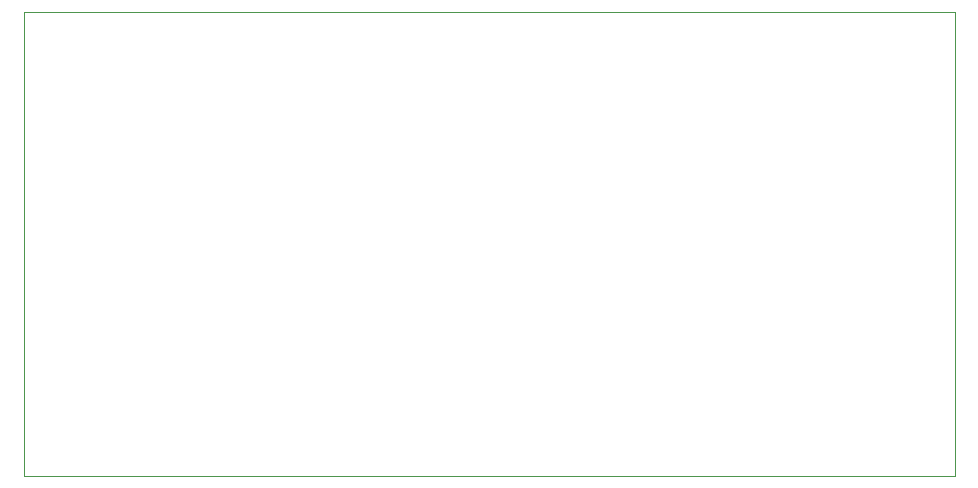
<source format=gbr>
%TF.GenerationSoftware,KiCad,Pcbnew,7.0.7*%
%TF.CreationDate,2023-09-13T14:30:02-04:00*%
%TF.ProjectId,Alim,416c696d-2e6b-4696-9361-645f70636258,rev?*%
%TF.SameCoordinates,Original*%
%TF.FileFunction,Profile,NP*%
%FSLAX46Y46*%
G04 Gerber Fmt 4.6, Leading zero omitted, Abs format (unit mm)*
G04 Created by KiCad (PCBNEW 7.0.7) date 2023-09-13 14:30:02*
%MOMM*%
%LPD*%
G01*
G04 APERTURE LIST*
%TA.AperFunction,Profile*%
%ADD10C,0.100000*%
%TD*%
G04 APERTURE END LIST*
D10*
X99690000Y-76850000D02*
X178490000Y-76850000D01*
X178490000Y-116150000D01*
X99690000Y-116150000D01*
X99690000Y-76850000D01*
M02*

</source>
